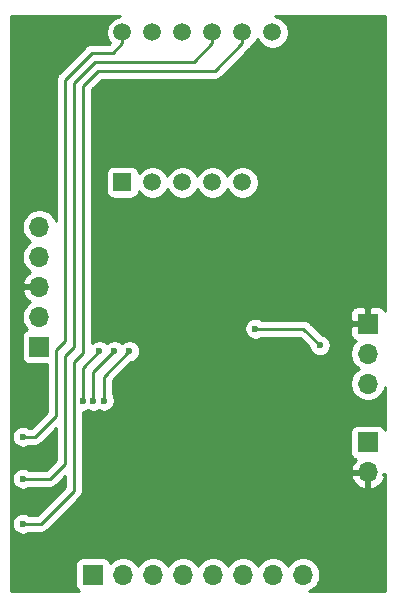
<source format=gbr>
%TF.GenerationSoftware,KiCad,Pcbnew,(5.1.10)-1*%
%TF.CreationDate,2021-08-04T23:13:12+07:00*%
%TF.ProjectId,busdisplay_r2,62757364-6973-4706-9c61-795f72322e6b,3*%
%TF.SameCoordinates,Original*%
%TF.FileFunction,Copper,L2,Bot*%
%TF.FilePolarity,Positive*%
%FSLAX46Y46*%
G04 Gerber Fmt 4.6, Leading zero omitted, Abs format (unit mm)*
G04 Created by KiCad (PCBNEW (5.1.10)-1) date 2021-08-04 23:13:12*
%MOMM*%
%LPD*%
G01*
G04 APERTURE LIST*
%TA.AperFunction,ComponentPad*%
%ADD10C,1.500000*%
%TD*%
%TA.AperFunction,ComponentPad*%
%ADD11R,1.500000X1.500000*%
%TD*%
%TA.AperFunction,ComponentPad*%
%ADD12O,1.700000X1.700000*%
%TD*%
%TA.AperFunction,ComponentPad*%
%ADD13R,1.700000X1.700000*%
%TD*%
%TA.AperFunction,ViaPad*%
%ADD14C,0.800000*%
%TD*%
%TA.AperFunction,ViaPad*%
%ADD15C,0.600000*%
%TD*%
%TA.AperFunction,Conductor*%
%ADD16C,0.250000*%
%TD*%
%TA.AperFunction,Conductor*%
%ADD17C,0.254000*%
%TD*%
%TA.AperFunction,Conductor*%
%ADD18C,0.100000*%
%TD*%
G04 APERTURE END LIST*
D10*
%TO.P,LED1,7*%
%TO.N,Net-(LED1-Pad7)*%
X57200000Y-33828000D03*
%TO.P,LED1,4*%
%TO.N,Net-(LED1-Pad4)*%
X52120000Y-46528000D03*
%TO.P,LED1,12*%
%TO.N,Net-(LED1-Pad12)*%
X44500000Y-33828000D03*
%TO.P,LED1,9*%
%TO.N,Net-(LED1-Pad9)*%
X52120000Y-33828000D03*
D11*
%TO.P,LED1,1*%
%TO.N,Net-(LED1-Pad1)*%
X44500000Y-46528000D03*
D10*
%TO.P,LED1,8*%
%TO.N,Net-(LED1-Pad8)*%
X54660000Y-33828000D03*
%TO.P,LED1,11*%
%TO.N,Net-(LED1-Pad11)*%
X47040000Y-33828000D03*
%TO.P,LED1,3*%
%TO.N,Net-(LED1-Pad3)*%
X49580000Y-46528000D03*
%TO.P,LED1,10*%
%TO.N,Net-(LED1-Pad10)*%
X49580000Y-33828000D03*
%TO.P,LED1,5*%
%TO.N,Net-(LED1-Pad5)*%
X54660000Y-46528000D03*
%TO.P,LED1,2*%
%TO.N,Net-(LED1-Pad2)*%
X47040000Y-46528000D03*
%TD*%
D12*
%TO.P,J4,2*%
%TO.N,GND*%
X65278000Y-71091000D03*
D13*
%TO.P,J4,1*%
%TO.N,+5V*%
X65278000Y-68551000D03*
%TD*%
D12*
%TO.P,J3,8*%
%TO.N,Net-(J3-Pad8)*%
X59780000Y-79756000D03*
%TO.P,J3,7*%
%TO.N,Net-(J3-Pad7)*%
X57240000Y-79756000D03*
%TO.P,J3,6*%
%TO.N,Net-(J3-Pad6)*%
X54700000Y-79756000D03*
%TO.P,J3,5*%
%TO.N,Net-(J3-Pad5)*%
X52160000Y-79756000D03*
%TO.P,J3,4*%
%TO.N,Net-(J3-Pad4)*%
X49620000Y-79756000D03*
%TO.P,J3,3*%
%TO.N,Net-(J3-Pad3)*%
X47080000Y-79756000D03*
%TO.P,J3,2*%
%TO.N,Net-(J3-Pad2)*%
X44540000Y-79756000D03*
D13*
%TO.P,J3,1*%
%TO.N,Net-(J3-Pad1)*%
X42000000Y-79756000D03*
%TD*%
%TO.P,J2,1*%
%TO.N,~MCLR*%
X37465000Y-60452000D03*
D12*
%TO.P,J2,2*%
%TO.N,+5V*%
X37465000Y-57912000D03*
%TO.P,J2,3*%
%TO.N,GND*%
X37465000Y-55372000D03*
%TO.P,J2,4*%
%TO.N,Net-(J2-Pad4)*%
X37465000Y-52832000D03*
%TO.P,J2,5*%
%TO.N,Net-(J2-Pad5)*%
X37465000Y-50292000D03*
%TD*%
%TO.P,J1,3*%
%TO.N,+5V*%
X65278000Y-63571000D03*
%TO.P,J1,2*%
%TO.N,Net-(J1-Pad2)*%
X65278000Y-61031000D03*
D13*
%TO.P,J1,1*%
%TO.N,GND*%
X65278000Y-58491000D03*
%TD*%
D14*
%TO.N,GND*%
X43180000Y-72771000D03*
X53975000Y-55245000D03*
X52070000Y-64516000D03*
X46482000Y-70866000D03*
X58039000Y-75946000D03*
X58674000Y-76962000D03*
X43180000Y-55880000D03*
X42672000Y-58420000D03*
X49784000Y-56642000D03*
X49276000Y-59690000D03*
X35814000Y-77978000D03*
X35560000Y-65024000D03*
X63500000Y-38862000D03*
X61468000Y-34036000D03*
X64770000Y-43688000D03*
X37338000Y-46228000D03*
X37338000Y-41402000D03*
X37338000Y-36322000D03*
X43942000Y-43688000D03*
X42926000Y-39624000D03*
X56896000Y-56388000D03*
X62992000Y-77470000D03*
X65278000Y-74422000D03*
X47752000Y-72644000D03*
X65278000Y-77470000D03*
X49974500Y-49212500D03*
D15*
%TO.N,Net-(J1-Pad2)*%
X55753000Y-58928000D03*
X61214000Y-60325000D03*
%TO.N,Net-(LED1-Pad12)*%
X36068000Y-68072000D03*
%TO.N,Net-(LED1-Pad9)*%
X36068000Y-71628000D03*
%TO.N,Net-(LED1-Pad8)*%
X36068000Y-75438000D03*
%TO.N,DIG1*%
X42545000Y-60833000D03*
X41148000Y-65024000D03*
%TO.N,DIG3*%
X45085000Y-60833000D03*
X42926000Y-65024000D03*
%TO.N,DIG2*%
X43815000Y-60833000D03*
X42037000Y-65024000D03*
%TD*%
D16*
%TO.N,Net-(J1-Pad2)*%
X55753000Y-58928000D02*
X59817000Y-58928000D01*
X59817000Y-58928000D02*
X61214000Y-60325000D01*
%TO.N,Net-(LED1-Pad12)*%
X44500000Y-34748000D02*
X44500000Y-33828000D01*
X43688000Y-35560000D02*
X44500000Y-34748000D01*
X41910000Y-35560000D02*
X43688000Y-35560000D01*
X39624000Y-37846000D02*
X41910000Y-35560000D01*
X39624000Y-59944000D02*
X39624000Y-37846000D01*
X38862000Y-60706000D02*
X39624000Y-59944000D01*
X37084000Y-68072000D02*
X38862000Y-66294000D01*
X38862000Y-66294000D02*
X38862000Y-60706000D01*
X36068000Y-68072000D02*
X37084000Y-68072000D01*
%TO.N,Net-(LED1-Pad9)*%
X52120000Y-34748000D02*
X52120000Y-33828000D01*
X42164000Y-36322000D02*
X50546000Y-36322000D01*
X40386000Y-38100000D02*
X42164000Y-36322000D01*
X40386000Y-60452000D02*
X40386000Y-38100000D01*
X39624000Y-61214000D02*
X40386000Y-60452000D01*
X39624000Y-70358000D02*
X39624000Y-61214000D01*
X50546000Y-36322000D02*
X52120000Y-34748000D01*
X38354000Y-71628000D02*
X39624000Y-70358000D01*
X36068000Y-71628000D02*
X38354000Y-71628000D01*
%TO.N,Net-(LED1-Pad8)*%
X54660000Y-34748000D02*
X54660000Y-33828000D01*
X52324000Y-37084000D02*
X54660000Y-34748000D01*
X42418000Y-37084000D02*
X52324000Y-37084000D01*
X41148000Y-38354000D02*
X42418000Y-37084000D01*
X41148000Y-60960000D02*
X41148000Y-38354000D01*
X40386000Y-61722000D02*
X41148000Y-60960000D01*
X40386000Y-72644000D02*
X40386000Y-61722000D01*
X37592000Y-75438000D02*
X40386000Y-72644000D01*
X36068000Y-75438000D02*
X37592000Y-75438000D01*
%TO.N,DIG1*%
X41148000Y-62230000D02*
X42545000Y-60833000D01*
X41148000Y-65024000D02*
X41148000Y-62230000D01*
%TO.N,DIG3*%
X42926000Y-62992000D02*
X45085000Y-60833000D01*
X42926000Y-65024000D02*
X42926000Y-62992000D01*
%TO.N,DIG2*%
X42037000Y-62611000D02*
X43815000Y-60833000D01*
X42037000Y-62611000D02*
X42037000Y-65024000D01*
%TD*%
D17*
%TO.N,GND*%
X44096011Y-32496225D02*
X43843957Y-32600629D01*
X43617114Y-32752201D01*
X43424201Y-32945114D01*
X43272629Y-33171957D01*
X43168225Y-33424011D01*
X43115000Y-33691589D01*
X43115000Y-33964411D01*
X43168225Y-34231989D01*
X43272629Y-34484043D01*
X43424201Y-34710886D01*
X43443257Y-34729942D01*
X43373198Y-34800000D01*
X41947322Y-34800000D01*
X41909999Y-34796324D01*
X41872676Y-34800000D01*
X41872667Y-34800000D01*
X41761014Y-34810997D01*
X41617753Y-34854454D01*
X41485724Y-34925026D01*
X41369999Y-35019999D01*
X41346201Y-35048997D01*
X39112998Y-37282201D01*
X39084000Y-37305999D01*
X39060202Y-37334997D01*
X39060201Y-37334998D01*
X38989026Y-37421724D01*
X38918454Y-37553754D01*
X38874998Y-37697015D01*
X38860324Y-37846000D01*
X38864001Y-37883333D01*
X38864000Y-49788995D01*
X38780990Y-49588589D01*
X38618475Y-49345368D01*
X38411632Y-49138525D01*
X38168411Y-48976010D01*
X37898158Y-48864068D01*
X37611260Y-48807000D01*
X37318740Y-48807000D01*
X37031842Y-48864068D01*
X36761589Y-48976010D01*
X36518368Y-49138525D01*
X36311525Y-49345368D01*
X36149010Y-49588589D01*
X36037068Y-49858842D01*
X35980000Y-50145740D01*
X35980000Y-50438260D01*
X36037068Y-50725158D01*
X36149010Y-50995411D01*
X36311525Y-51238632D01*
X36518368Y-51445475D01*
X36692760Y-51562000D01*
X36518368Y-51678525D01*
X36311525Y-51885368D01*
X36149010Y-52128589D01*
X36037068Y-52398842D01*
X35980000Y-52685740D01*
X35980000Y-52978260D01*
X36037068Y-53265158D01*
X36149010Y-53535411D01*
X36311525Y-53778632D01*
X36518368Y-53985475D01*
X36700534Y-54107195D01*
X36583645Y-54176822D01*
X36367412Y-54371731D01*
X36193359Y-54605080D01*
X36068175Y-54867901D01*
X36023524Y-55015110D01*
X36144845Y-55245000D01*
X37338000Y-55245000D01*
X37338000Y-55225000D01*
X37592000Y-55225000D01*
X37592000Y-55245000D01*
X37612000Y-55245000D01*
X37612000Y-55499000D01*
X37592000Y-55499000D01*
X37592000Y-55519000D01*
X37338000Y-55519000D01*
X37338000Y-55499000D01*
X36144845Y-55499000D01*
X36023524Y-55728890D01*
X36068175Y-55876099D01*
X36193359Y-56138920D01*
X36367412Y-56372269D01*
X36583645Y-56567178D01*
X36700534Y-56636805D01*
X36518368Y-56758525D01*
X36311525Y-56965368D01*
X36149010Y-57208589D01*
X36037068Y-57478842D01*
X35980000Y-57765740D01*
X35980000Y-58058260D01*
X36037068Y-58345158D01*
X36149010Y-58615411D01*
X36311525Y-58858632D01*
X36443380Y-58990487D01*
X36370820Y-59012498D01*
X36260506Y-59071463D01*
X36163815Y-59150815D01*
X36084463Y-59247506D01*
X36025498Y-59357820D01*
X35989188Y-59477518D01*
X35976928Y-59602000D01*
X35976928Y-61302000D01*
X35989188Y-61426482D01*
X36025498Y-61546180D01*
X36084463Y-61656494D01*
X36163815Y-61753185D01*
X36260506Y-61832537D01*
X36370820Y-61891502D01*
X36490518Y-61927812D01*
X36615000Y-61940072D01*
X38102001Y-61940072D01*
X38102000Y-65979198D01*
X36769199Y-67312000D01*
X36613535Y-67312000D01*
X36510889Y-67243414D01*
X36340729Y-67172932D01*
X36160089Y-67137000D01*
X35975911Y-67137000D01*
X35795271Y-67172932D01*
X35625111Y-67243414D01*
X35471972Y-67345738D01*
X35341738Y-67475972D01*
X35239414Y-67629111D01*
X35168932Y-67799271D01*
X35133000Y-67979911D01*
X35133000Y-68164089D01*
X35168932Y-68344729D01*
X35239414Y-68514889D01*
X35341738Y-68668028D01*
X35471972Y-68798262D01*
X35625111Y-68900586D01*
X35795271Y-68971068D01*
X35975911Y-69007000D01*
X36160089Y-69007000D01*
X36340729Y-68971068D01*
X36510889Y-68900586D01*
X36613535Y-68832000D01*
X37046678Y-68832000D01*
X37084000Y-68835676D01*
X37121322Y-68832000D01*
X37121333Y-68832000D01*
X37232986Y-68821003D01*
X37376247Y-68777546D01*
X37508276Y-68706974D01*
X37624001Y-68612001D01*
X37647804Y-68582997D01*
X38864000Y-67366801D01*
X38864000Y-70043198D01*
X38039199Y-70868000D01*
X36613535Y-70868000D01*
X36510889Y-70799414D01*
X36340729Y-70728932D01*
X36160089Y-70693000D01*
X35975911Y-70693000D01*
X35795271Y-70728932D01*
X35625111Y-70799414D01*
X35471972Y-70901738D01*
X35341738Y-71031972D01*
X35239414Y-71185111D01*
X35168932Y-71355271D01*
X35133000Y-71535911D01*
X35133000Y-71720089D01*
X35168932Y-71900729D01*
X35239414Y-72070889D01*
X35341738Y-72224028D01*
X35471972Y-72354262D01*
X35625111Y-72456586D01*
X35795271Y-72527068D01*
X35975911Y-72563000D01*
X36160089Y-72563000D01*
X36340729Y-72527068D01*
X36510889Y-72456586D01*
X36613535Y-72388000D01*
X38316678Y-72388000D01*
X38354000Y-72391676D01*
X38391322Y-72388000D01*
X38391333Y-72388000D01*
X38502986Y-72377003D01*
X38646247Y-72333546D01*
X38778276Y-72262974D01*
X38894001Y-72168001D01*
X38917804Y-72138997D01*
X39626000Y-71430801D01*
X39626000Y-72329198D01*
X37277199Y-74678000D01*
X36613535Y-74678000D01*
X36510889Y-74609414D01*
X36340729Y-74538932D01*
X36160089Y-74503000D01*
X35975911Y-74503000D01*
X35795271Y-74538932D01*
X35625111Y-74609414D01*
X35471972Y-74711738D01*
X35341738Y-74841972D01*
X35239414Y-74995111D01*
X35168932Y-75165271D01*
X35133000Y-75345911D01*
X35133000Y-75530089D01*
X35168932Y-75710729D01*
X35239414Y-75880889D01*
X35341738Y-76034028D01*
X35471972Y-76164262D01*
X35625111Y-76266586D01*
X35795271Y-76337068D01*
X35975911Y-76373000D01*
X36160089Y-76373000D01*
X36340729Y-76337068D01*
X36510889Y-76266586D01*
X36613535Y-76198000D01*
X37554678Y-76198000D01*
X37592000Y-76201676D01*
X37629322Y-76198000D01*
X37629333Y-76198000D01*
X37740986Y-76187003D01*
X37884247Y-76143546D01*
X38016276Y-76072974D01*
X38132001Y-75978001D01*
X38155804Y-75948997D01*
X40897004Y-73207798D01*
X40926001Y-73184001D01*
X41020974Y-73068276D01*
X41091546Y-72936247D01*
X41135003Y-72792986D01*
X41146000Y-72681333D01*
X41146000Y-72681325D01*
X41149676Y-72644000D01*
X41146000Y-72606675D01*
X41146000Y-71447890D01*
X63836524Y-71447890D01*
X63881175Y-71595099D01*
X64006359Y-71857920D01*
X64180412Y-72091269D01*
X64396645Y-72286178D01*
X64646748Y-72435157D01*
X64921109Y-72532481D01*
X65151000Y-72411814D01*
X65151000Y-71218000D01*
X63957845Y-71218000D01*
X63836524Y-71447890D01*
X41146000Y-71447890D01*
X41146000Y-65959000D01*
X41240089Y-65959000D01*
X41420729Y-65923068D01*
X41590889Y-65852586D01*
X41592500Y-65851510D01*
X41594111Y-65852586D01*
X41764271Y-65923068D01*
X41944911Y-65959000D01*
X42129089Y-65959000D01*
X42309729Y-65923068D01*
X42479889Y-65852586D01*
X42481500Y-65851510D01*
X42483111Y-65852586D01*
X42653271Y-65923068D01*
X42833911Y-65959000D01*
X43018089Y-65959000D01*
X43198729Y-65923068D01*
X43368889Y-65852586D01*
X43522028Y-65750262D01*
X43652262Y-65620028D01*
X43754586Y-65466889D01*
X43825068Y-65296729D01*
X43861000Y-65116089D01*
X43861000Y-64931911D01*
X43825068Y-64751271D01*
X43754586Y-64581111D01*
X43686000Y-64478465D01*
X43686000Y-63306801D01*
X45236649Y-61756153D01*
X45357729Y-61732068D01*
X45527889Y-61661586D01*
X45681028Y-61559262D01*
X45811262Y-61429028D01*
X45913586Y-61275889D01*
X45984068Y-61105729D01*
X46020000Y-60925089D01*
X46020000Y-60740911D01*
X45984068Y-60560271D01*
X45913586Y-60390111D01*
X45811262Y-60236972D01*
X45681028Y-60106738D01*
X45527889Y-60004414D01*
X45357729Y-59933932D01*
X45177089Y-59898000D01*
X44992911Y-59898000D01*
X44812271Y-59933932D01*
X44642111Y-60004414D01*
X44488972Y-60106738D01*
X44450000Y-60145710D01*
X44411028Y-60106738D01*
X44257889Y-60004414D01*
X44087729Y-59933932D01*
X43907089Y-59898000D01*
X43722911Y-59898000D01*
X43542271Y-59933932D01*
X43372111Y-60004414D01*
X43218972Y-60106738D01*
X43180000Y-60145710D01*
X43141028Y-60106738D01*
X42987889Y-60004414D01*
X42817729Y-59933932D01*
X42637089Y-59898000D01*
X42452911Y-59898000D01*
X42272271Y-59933932D01*
X42102111Y-60004414D01*
X41948972Y-60106738D01*
X41908000Y-60147710D01*
X41908000Y-58835911D01*
X54818000Y-58835911D01*
X54818000Y-59020089D01*
X54853932Y-59200729D01*
X54924414Y-59370889D01*
X55026738Y-59524028D01*
X55156972Y-59654262D01*
X55310111Y-59756586D01*
X55480271Y-59827068D01*
X55660911Y-59863000D01*
X55845089Y-59863000D01*
X56025729Y-59827068D01*
X56195889Y-59756586D01*
X56298535Y-59688000D01*
X59502199Y-59688000D01*
X60290847Y-60476649D01*
X60314932Y-60597729D01*
X60385414Y-60767889D01*
X60487738Y-60921028D01*
X60617972Y-61051262D01*
X60771111Y-61153586D01*
X60941271Y-61224068D01*
X61121911Y-61260000D01*
X61306089Y-61260000D01*
X61486729Y-61224068D01*
X61656889Y-61153586D01*
X61810028Y-61051262D01*
X61940262Y-60921028D01*
X62042586Y-60767889D01*
X62113068Y-60597729D01*
X62149000Y-60417089D01*
X62149000Y-60232911D01*
X62113068Y-60052271D01*
X62042586Y-59882111D01*
X61940262Y-59728972D01*
X61810028Y-59598738D01*
X61656889Y-59496414D01*
X61486729Y-59425932D01*
X61365649Y-59401847D01*
X60380804Y-58417003D01*
X60357001Y-58387999D01*
X60241276Y-58293026D01*
X60109247Y-58222454D01*
X59965986Y-58178997D01*
X59854333Y-58168000D01*
X59854322Y-58168000D01*
X59817000Y-58164324D01*
X59779678Y-58168000D01*
X56298535Y-58168000D01*
X56195889Y-58099414D01*
X56025729Y-58028932D01*
X55845089Y-57993000D01*
X55660911Y-57993000D01*
X55480271Y-58028932D01*
X55310111Y-58099414D01*
X55156972Y-58201738D01*
X55026738Y-58331972D01*
X54924414Y-58485111D01*
X54853932Y-58655271D01*
X54818000Y-58835911D01*
X41908000Y-58835911D01*
X41908000Y-57641000D01*
X63789928Y-57641000D01*
X63793000Y-58205250D01*
X63951750Y-58364000D01*
X65151000Y-58364000D01*
X65151000Y-57164750D01*
X64992250Y-57006000D01*
X64428000Y-57002928D01*
X64303518Y-57015188D01*
X64183820Y-57051498D01*
X64073506Y-57110463D01*
X63976815Y-57189815D01*
X63897463Y-57286506D01*
X63838498Y-57396820D01*
X63802188Y-57516518D01*
X63789928Y-57641000D01*
X41908000Y-57641000D01*
X41908000Y-45778000D01*
X43111928Y-45778000D01*
X43111928Y-47278000D01*
X43124188Y-47402482D01*
X43160498Y-47522180D01*
X43219463Y-47632494D01*
X43298815Y-47729185D01*
X43395506Y-47808537D01*
X43505820Y-47867502D01*
X43625518Y-47903812D01*
X43750000Y-47916072D01*
X45250000Y-47916072D01*
X45374482Y-47903812D01*
X45494180Y-47867502D01*
X45604494Y-47808537D01*
X45701185Y-47729185D01*
X45780537Y-47632494D01*
X45839502Y-47522180D01*
X45875812Y-47402482D01*
X45886445Y-47294517D01*
X45964201Y-47410886D01*
X46157114Y-47603799D01*
X46383957Y-47755371D01*
X46636011Y-47859775D01*
X46903589Y-47913000D01*
X47176411Y-47913000D01*
X47443989Y-47859775D01*
X47696043Y-47755371D01*
X47922886Y-47603799D01*
X48115799Y-47410886D01*
X48267371Y-47184043D01*
X48310000Y-47081127D01*
X48352629Y-47184043D01*
X48504201Y-47410886D01*
X48697114Y-47603799D01*
X48923957Y-47755371D01*
X49176011Y-47859775D01*
X49443589Y-47913000D01*
X49716411Y-47913000D01*
X49983989Y-47859775D01*
X50236043Y-47755371D01*
X50462886Y-47603799D01*
X50655799Y-47410886D01*
X50807371Y-47184043D01*
X50850000Y-47081127D01*
X50892629Y-47184043D01*
X51044201Y-47410886D01*
X51237114Y-47603799D01*
X51463957Y-47755371D01*
X51716011Y-47859775D01*
X51983589Y-47913000D01*
X52256411Y-47913000D01*
X52523989Y-47859775D01*
X52776043Y-47755371D01*
X53002886Y-47603799D01*
X53195799Y-47410886D01*
X53347371Y-47184043D01*
X53390000Y-47081127D01*
X53432629Y-47184043D01*
X53584201Y-47410886D01*
X53777114Y-47603799D01*
X54003957Y-47755371D01*
X54256011Y-47859775D01*
X54523589Y-47913000D01*
X54796411Y-47913000D01*
X55063989Y-47859775D01*
X55316043Y-47755371D01*
X55542886Y-47603799D01*
X55735799Y-47410886D01*
X55887371Y-47184043D01*
X55991775Y-46931989D01*
X56045000Y-46664411D01*
X56045000Y-46391589D01*
X55991775Y-46124011D01*
X55887371Y-45871957D01*
X55735799Y-45645114D01*
X55542886Y-45452201D01*
X55316043Y-45300629D01*
X55063989Y-45196225D01*
X54796411Y-45143000D01*
X54523589Y-45143000D01*
X54256011Y-45196225D01*
X54003957Y-45300629D01*
X53777114Y-45452201D01*
X53584201Y-45645114D01*
X53432629Y-45871957D01*
X53390000Y-45974873D01*
X53347371Y-45871957D01*
X53195799Y-45645114D01*
X53002886Y-45452201D01*
X52776043Y-45300629D01*
X52523989Y-45196225D01*
X52256411Y-45143000D01*
X51983589Y-45143000D01*
X51716011Y-45196225D01*
X51463957Y-45300629D01*
X51237114Y-45452201D01*
X51044201Y-45645114D01*
X50892629Y-45871957D01*
X50850000Y-45974873D01*
X50807371Y-45871957D01*
X50655799Y-45645114D01*
X50462886Y-45452201D01*
X50236043Y-45300629D01*
X49983989Y-45196225D01*
X49716411Y-45143000D01*
X49443589Y-45143000D01*
X49176011Y-45196225D01*
X48923957Y-45300629D01*
X48697114Y-45452201D01*
X48504201Y-45645114D01*
X48352629Y-45871957D01*
X48310000Y-45974873D01*
X48267371Y-45871957D01*
X48115799Y-45645114D01*
X47922886Y-45452201D01*
X47696043Y-45300629D01*
X47443989Y-45196225D01*
X47176411Y-45143000D01*
X46903589Y-45143000D01*
X46636011Y-45196225D01*
X46383957Y-45300629D01*
X46157114Y-45452201D01*
X45964201Y-45645114D01*
X45886445Y-45761483D01*
X45875812Y-45653518D01*
X45839502Y-45533820D01*
X45780537Y-45423506D01*
X45701185Y-45326815D01*
X45604494Y-45247463D01*
X45494180Y-45188498D01*
X45374482Y-45152188D01*
X45250000Y-45139928D01*
X43750000Y-45139928D01*
X43625518Y-45152188D01*
X43505820Y-45188498D01*
X43395506Y-45247463D01*
X43298815Y-45326815D01*
X43219463Y-45423506D01*
X43160498Y-45533820D01*
X43124188Y-45653518D01*
X43111928Y-45778000D01*
X41908000Y-45778000D01*
X41908000Y-38668801D01*
X42732802Y-37844000D01*
X52286678Y-37844000D01*
X52324000Y-37847676D01*
X52361322Y-37844000D01*
X52361333Y-37844000D01*
X52472986Y-37833003D01*
X52616247Y-37789546D01*
X52748276Y-37718974D01*
X52864001Y-37624001D01*
X52887804Y-37594997D01*
X55171004Y-35311798D01*
X55200001Y-35288001D01*
X55261553Y-35213000D01*
X55294974Y-35172277D01*
X55365546Y-35040247D01*
X55372376Y-35017730D01*
X55542886Y-34903799D01*
X55735799Y-34710886D01*
X55887371Y-34484043D01*
X55930000Y-34381127D01*
X55972629Y-34484043D01*
X56124201Y-34710886D01*
X56317114Y-34903799D01*
X56543957Y-35055371D01*
X56796011Y-35159775D01*
X57063589Y-35213000D01*
X57336411Y-35213000D01*
X57603989Y-35159775D01*
X57856043Y-35055371D01*
X58082886Y-34903799D01*
X58275799Y-34710886D01*
X58427371Y-34484043D01*
X58531775Y-34231989D01*
X58585000Y-33964411D01*
X58585000Y-33691589D01*
X58531775Y-33424011D01*
X58427371Y-33171957D01*
X58275799Y-32945114D01*
X58082886Y-32752201D01*
X57856043Y-32600629D01*
X57603989Y-32496225D01*
X57421875Y-32460000D01*
X66740000Y-32460000D01*
X66740001Y-57470988D01*
X66717502Y-57396820D01*
X66658537Y-57286506D01*
X66579185Y-57189815D01*
X66482494Y-57110463D01*
X66372180Y-57051498D01*
X66252482Y-57015188D01*
X66128000Y-57002928D01*
X65563750Y-57006000D01*
X65405000Y-57164750D01*
X65405000Y-58364000D01*
X65425000Y-58364000D01*
X65425000Y-58618000D01*
X65405000Y-58618000D01*
X65405000Y-58638000D01*
X65151000Y-58638000D01*
X65151000Y-58618000D01*
X63951750Y-58618000D01*
X63793000Y-58776750D01*
X63789928Y-59341000D01*
X63802188Y-59465482D01*
X63838498Y-59585180D01*
X63897463Y-59695494D01*
X63976815Y-59792185D01*
X64073506Y-59871537D01*
X64183820Y-59930502D01*
X64256380Y-59952513D01*
X64124525Y-60084368D01*
X63962010Y-60327589D01*
X63850068Y-60597842D01*
X63793000Y-60884740D01*
X63793000Y-61177260D01*
X63850068Y-61464158D01*
X63962010Y-61734411D01*
X64124525Y-61977632D01*
X64331368Y-62184475D01*
X64505760Y-62301000D01*
X64331368Y-62417525D01*
X64124525Y-62624368D01*
X63962010Y-62867589D01*
X63850068Y-63137842D01*
X63793000Y-63424740D01*
X63793000Y-63717260D01*
X63850068Y-64004158D01*
X63962010Y-64274411D01*
X64124525Y-64517632D01*
X64331368Y-64724475D01*
X64574589Y-64886990D01*
X64844842Y-64998932D01*
X65131740Y-65056000D01*
X65424260Y-65056000D01*
X65711158Y-64998932D01*
X65981411Y-64886990D01*
X66224632Y-64724475D01*
X66431475Y-64517632D01*
X66593990Y-64274411D01*
X66705932Y-64004158D01*
X66740001Y-63832885D01*
X66740001Y-67530988D01*
X66717502Y-67456820D01*
X66658537Y-67346506D01*
X66579185Y-67249815D01*
X66482494Y-67170463D01*
X66372180Y-67111498D01*
X66252482Y-67075188D01*
X66128000Y-67062928D01*
X64428000Y-67062928D01*
X64303518Y-67075188D01*
X64183820Y-67111498D01*
X64073506Y-67170463D01*
X63976815Y-67249815D01*
X63897463Y-67346506D01*
X63838498Y-67456820D01*
X63802188Y-67576518D01*
X63789928Y-67701000D01*
X63789928Y-69401000D01*
X63802188Y-69525482D01*
X63838498Y-69645180D01*
X63897463Y-69755494D01*
X63976815Y-69852185D01*
X64073506Y-69931537D01*
X64183820Y-69990502D01*
X64264466Y-70014966D01*
X64180412Y-70090731D01*
X64006359Y-70324080D01*
X63881175Y-70586901D01*
X63836524Y-70734110D01*
X63957845Y-70964000D01*
X65151000Y-70964000D01*
X65151000Y-70944000D01*
X65405000Y-70944000D01*
X65405000Y-70964000D01*
X65425000Y-70964000D01*
X65425000Y-71218000D01*
X65405000Y-71218000D01*
X65405000Y-72411814D01*
X65634891Y-72532481D01*
X65909252Y-72435157D01*
X66159355Y-72286178D01*
X66375588Y-72091269D01*
X66549641Y-71857920D01*
X66674825Y-71595099D01*
X66719476Y-71447890D01*
X66598156Y-71218002D01*
X66740001Y-71218002D01*
X66740001Y-81140000D01*
X60319220Y-81140000D01*
X60483411Y-81071990D01*
X60726632Y-80909475D01*
X60933475Y-80702632D01*
X61095990Y-80459411D01*
X61207932Y-80189158D01*
X61265000Y-79902260D01*
X61265000Y-79609740D01*
X61207932Y-79322842D01*
X61095990Y-79052589D01*
X60933475Y-78809368D01*
X60726632Y-78602525D01*
X60483411Y-78440010D01*
X60213158Y-78328068D01*
X59926260Y-78271000D01*
X59633740Y-78271000D01*
X59346842Y-78328068D01*
X59076589Y-78440010D01*
X58833368Y-78602525D01*
X58626525Y-78809368D01*
X58510000Y-78983760D01*
X58393475Y-78809368D01*
X58186632Y-78602525D01*
X57943411Y-78440010D01*
X57673158Y-78328068D01*
X57386260Y-78271000D01*
X57093740Y-78271000D01*
X56806842Y-78328068D01*
X56536589Y-78440010D01*
X56293368Y-78602525D01*
X56086525Y-78809368D01*
X55970000Y-78983760D01*
X55853475Y-78809368D01*
X55646632Y-78602525D01*
X55403411Y-78440010D01*
X55133158Y-78328068D01*
X54846260Y-78271000D01*
X54553740Y-78271000D01*
X54266842Y-78328068D01*
X53996589Y-78440010D01*
X53753368Y-78602525D01*
X53546525Y-78809368D01*
X53430000Y-78983760D01*
X53313475Y-78809368D01*
X53106632Y-78602525D01*
X52863411Y-78440010D01*
X52593158Y-78328068D01*
X52306260Y-78271000D01*
X52013740Y-78271000D01*
X51726842Y-78328068D01*
X51456589Y-78440010D01*
X51213368Y-78602525D01*
X51006525Y-78809368D01*
X50890000Y-78983760D01*
X50773475Y-78809368D01*
X50566632Y-78602525D01*
X50323411Y-78440010D01*
X50053158Y-78328068D01*
X49766260Y-78271000D01*
X49473740Y-78271000D01*
X49186842Y-78328068D01*
X48916589Y-78440010D01*
X48673368Y-78602525D01*
X48466525Y-78809368D01*
X48350000Y-78983760D01*
X48233475Y-78809368D01*
X48026632Y-78602525D01*
X47783411Y-78440010D01*
X47513158Y-78328068D01*
X47226260Y-78271000D01*
X46933740Y-78271000D01*
X46646842Y-78328068D01*
X46376589Y-78440010D01*
X46133368Y-78602525D01*
X45926525Y-78809368D01*
X45810000Y-78983760D01*
X45693475Y-78809368D01*
X45486632Y-78602525D01*
X45243411Y-78440010D01*
X44973158Y-78328068D01*
X44686260Y-78271000D01*
X44393740Y-78271000D01*
X44106842Y-78328068D01*
X43836589Y-78440010D01*
X43593368Y-78602525D01*
X43461513Y-78734380D01*
X43439502Y-78661820D01*
X43380537Y-78551506D01*
X43301185Y-78454815D01*
X43204494Y-78375463D01*
X43094180Y-78316498D01*
X42974482Y-78280188D01*
X42850000Y-78267928D01*
X41150000Y-78267928D01*
X41025518Y-78280188D01*
X40905820Y-78316498D01*
X40795506Y-78375463D01*
X40698815Y-78454815D01*
X40619463Y-78551506D01*
X40560498Y-78661820D01*
X40524188Y-78781518D01*
X40511928Y-78906000D01*
X40511928Y-80606000D01*
X40524188Y-80730482D01*
X40560498Y-80850180D01*
X40619463Y-80960494D01*
X40698815Y-81057185D01*
X40795506Y-81136537D01*
X40801985Y-81140000D01*
X35060000Y-81140000D01*
X35060000Y-32460000D01*
X44278125Y-32460000D01*
X44096011Y-32496225D01*
%TA.AperFunction,Conductor*%
D18*
G36*
X44096011Y-32496225D02*
G01*
X43843957Y-32600629D01*
X43617114Y-32752201D01*
X43424201Y-32945114D01*
X43272629Y-33171957D01*
X43168225Y-33424011D01*
X43115000Y-33691589D01*
X43115000Y-33964411D01*
X43168225Y-34231989D01*
X43272629Y-34484043D01*
X43424201Y-34710886D01*
X43443257Y-34729942D01*
X43373198Y-34800000D01*
X41947322Y-34800000D01*
X41909999Y-34796324D01*
X41872676Y-34800000D01*
X41872667Y-34800000D01*
X41761014Y-34810997D01*
X41617753Y-34854454D01*
X41485724Y-34925026D01*
X41369999Y-35019999D01*
X41346201Y-35048997D01*
X39112998Y-37282201D01*
X39084000Y-37305999D01*
X39060202Y-37334997D01*
X39060201Y-37334998D01*
X38989026Y-37421724D01*
X38918454Y-37553754D01*
X38874998Y-37697015D01*
X38860324Y-37846000D01*
X38864001Y-37883333D01*
X38864000Y-49788995D01*
X38780990Y-49588589D01*
X38618475Y-49345368D01*
X38411632Y-49138525D01*
X38168411Y-48976010D01*
X37898158Y-48864068D01*
X37611260Y-48807000D01*
X37318740Y-48807000D01*
X37031842Y-48864068D01*
X36761589Y-48976010D01*
X36518368Y-49138525D01*
X36311525Y-49345368D01*
X36149010Y-49588589D01*
X36037068Y-49858842D01*
X35980000Y-50145740D01*
X35980000Y-50438260D01*
X36037068Y-50725158D01*
X36149010Y-50995411D01*
X36311525Y-51238632D01*
X36518368Y-51445475D01*
X36692760Y-51562000D01*
X36518368Y-51678525D01*
X36311525Y-51885368D01*
X36149010Y-52128589D01*
X36037068Y-52398842D01*
X35980000Y-52685740D01*
X35980000Y-52978260D01*
X36037068Y-53265158D01*
X36149010Y-53535411D01*
X36311525Y-53778632D01*
X36518368Y-53985475D01*
X36700534Y-54107195D01*
X36583645Y-54176822D01*
X36367412Y-54371731D01*
X36193359Y-54605080D01*
X36068175Y-54867901D01*
X36023524Y-55015110D01*
X36144845Y-55245000D01*
X37338000Y-55245000D01*
X37338000Y-55225000D01*
X37592000Y-55225000D01*
X37592000Y-55245000D01*
X37612000Y-55245000D01*
X37612000Y-55499000D01*
X37592000Y-55499000D01*
X37592000Y-55519000D01*
X37338000Y-55519000D01*
X37338000Y-55499000D01*
X36144845Y-55499000D01*
X36023524Y-55728890D01*
X36068175Y-55876099D01*
X36193359Y-56138920D01*
X36367412Y-56372269D01*
X36583645Y-56567178D01*
X36700534Y-56636805D01*
X36518368Y-56758525D01*
X36311525Y-56965368D01*
X36149010Y-57208589D01*
X36037068Y-57478842D01*
X35980000Y-57765740D01*
X35980000Y-58058260D01*
X36037068Y-58345158D01*
X36149010Y-58615411D01*
X36311525Y-58858632D01*
X36443380Y-58990487D01*
X36370820Y-59012498D01*
X36260506Y-59071463D01*
X36163815Y-59150815D01*
X36084463Y-59247506D01*
X36025498Y-59357820D01*
X35989188Y-59477518D01*
X35976928Y-59602000D01*
X35976928Y-61302000D01*
X35989188Y-61426482D01*
X36025498Y-61546180D01*
X36084463Y-61656494D01*
X36163815Y-61753185D01*
X36260506Y-61832537D01*
X36370820Y-61891502D01*
X36490518Y-61927812D01*
X36615000Y-61940072D01*
X38102001Y-61940072D01*
X38102000Y-65979198D01*
X36769199Y-67312000D01*
X36613535Y-67312000D01*
X36510889Y-67243414D01*
X36340729Y-67172932D01*
X36160089Y-67137000D01*
X35975911Y-67137000D01*
X35795271Y-67172932D01*
X35625111Y-67243414D01*
X35471972Y-67345738D01*
X35341738Y-67475972D01*
X35239414Y-67629111D01*
X35168932Y-67799271D01*
X35133000Y-67979911D01*
X35133000Y-68164089D01*
X35168932Y-68344729D01*
X35239414Y-68514889D01*
X35341738Y-68668028D01*
X35471972Y-68798262D01*
X35625111Y-68900586D01*
X35795271Y-68971068D01*
X35975911Y-69007000D01*
X36160089Y-69007000D01*
X36340729Y-68971068D01*
X36510889Y-68900586D01*
X36613535Y-68832000D01*
X37046678Y-68832000D01*
X37084000Y-68835676D01*
X37121322Y-68832000D01*
X37121333Y-68832000D01*
X37232986Y-68821003D01*
X37376247Y-68777546D01*
X37508276Y-68706974D01*
X37624001Y-68612001D01*
X37647804Y-68582997D01*
X38864000Y-67366801D01*
X38864000Y-70043198D01*
X38039199Y-70868000D01*
X36613535Y-70868000D01*
X36510889Y-70799414D01*
X36340729Y-70728932D01*
X36160089Y-70693000D01*
X35975911Y-70693000D01*
X35795271Y-70728932D01*
X35625111Y-70799414D01*
X35471972Y-70901738D01*
X35341738Y-71031972D01*
X35239414Y-71185111D01*
X35168932Y-71355271D01*
X35133000Y-71535911D01*
X35133000Y-71720089D01*
X35168932Y-71900729D01*
X35239414Y-72070889D01*
X35341738Y-72224028D01*
X35471972Y-72354262D01*
X35625111Y-72456586D01*
X35795271Y-72527068D01*
X35975911Y-72563000D01*
X36160089Y-72563000D01*
X36340729Y-72527068D01*
X36510889Y-72456586D01*
X36613535Y-72388000D01*
X38316678Y-72388000D01*
X38354000Y-72391676D01*
X38391322Y-72388000D01*
X38391333Y-72388000D01*
X38502986Y-72377003D01*
X38646247Y-72333546D01*
X38778276Y-72262974D01*
X38894001Y-72168001D01*
X38917804Y-72138997D01*
X39626000Y-71430801D01*
X39626000Y-72329198D01*
X37277199Y-74678000D01*
X36613535Y-74678000D01*
X36510889Y-74609414D01*
X36340729Y-74538932D01*
X36160089Y-74503000D01*
X35975911Y-74503000D01*
X35795271Y-74538932D01*
X35625111Y-74609414D01*
X35471972Y-74711738D01*
X35341738Y-74841972D01*
X35239414Y-74995111D01*
X35168932Y-75165271D01*
X35133000Y-75345911D01*
X35133000Y-75530089D01*
X35168932Y-75710729D01*
X35239414Y-75880889D01*
X35341738Y-76034028D01*
X35471972Y-76164262D01*
X35625111Y-76266586D01*
X35795271Y-76337068D01*
X35975911Y-76373000D01*
X36160089Y-76373000D01*
X36340729Y-76337068D01*
X36510889Y-76266586D01*
X36613535Y-76198000D01*
X37554678Y-76198000D01*
X37592000Y-76201676D01*
X37629322Y-76198000D01*
X37629333Y-76198000D01*
X37740986Y-76187003D01*
X37884247Y-76143546D01*
X38016276Y-76072974D01*
X38132001Y-75978001D01*
X38155804Y-75948997D01*
X40897004Y-73207798D01*
X40926001Y-73184001D01*
X41020974Y-73068276D01*
X41091546Y-72936247D01*
X41135003Y-72792986D01*
X41146000Y-72681333D01*
X41146000Y-72681325D01*
X41149676Y-72644000D01*
X41146000Y-72606675D01*
X41146000Y-71447890D01*
X63836524Y-71447890D01*
X63881175Y-71595099D01*
X64006359Y-71857920D01*
X64180412Y-72091269D01*
X64396645Y-72286178D01*
X64646748Y-72435157D01*
X64921109Y-72532481D01*
X65151000Y-72411814D01*
X65151000Y-71218000D01*
X63957845Y-71218000D01*
X63836524Y-71447890D01*
X41146000Y-71447890D01*
X41146000Y-65959000D01*
X41240089Y-65959000D01*
X41420729Y-65923068D01*
X41590889Y-65852586D01*
X41592500Y-65851510D01*
X41594111Y-65852586D01*
X41764271Y-65923068D01*
X41944911Y-65959000D01*
X42129089Y-65959000D01*
X42309729Y-65923068D01*
X42479889Y-65852586D01*
X42481500Y-65851510D01*
X42483111Y-65852586D01*
X42653271Y-65923068D01*
X42833911Y-65959000D01*
X43018089Y-65959000D01*
X43198729Y-65923068D01*
X43368889Y-65852586D01*
X43522028Y-65750262D01*
X43652262Y-65620028D01*
X43754586Y-65466889D01*
X43825068Y-65296729D01*
X43861000Y-65116089D01*
X43861000Y-64931911D01*
X43825068Y-64751271D01*
X43754586Y-64581111D01*
X43686000Y-64478465D01*
X43686000Y-63306801D01*
X45236649Y-61756153D01*
X45357729Y-61732068D01*
X45527889Y-61661586D01*
X45681028Y-61559262D01*
X45811262Y-61429028D01*
X45913586Y-61275889D01*
X45984068Y-61105729D01*
X46020000Y-60925089D01*
X46020000Y-60740911D01*
X45984068Y-60560271D01*
X45913586Y-60390111D01*
X45811262Y-60236972D01*
X45681028Y-60106738D01*
X45527889Y-60004414D01*
X45357729Y-59933932D01*
X45177089Y-59898000D01*
X44992911Y-59898000D01*
X44812271Y-59933932D01*
X44642111Y-60004414D01*
X44488972Y-60106738D01*
X44450000Y-60145710D01*
X44411028Y-60106738D01*
X44257889Y-60004414D01*
X44087729Y-59933932D01*
X43907089Y-59898000D01*
X43722911Y-59898000D01*
X43542271Y-59933932D01*
X43372111Y-60004414D01*
X43218972Y-60106738D01*
X43180000Y-60145710D01*
X43141028Y-60106738D01*
X42987889Y-60004414D01*
X42817729Y-59933932D01*
X42637089Y-59898000D01*
X42452911Y-59898000D01*
X42272271Y-59933932D01*
X42102111Y-60004414D01*
X41948972Y-60106738D01*
X41908000Y-60147710D01*
X41908000Y-58835911D01*
X54818000Y-58835911D01*
X54818000Y-59020089D01*
X54853932Y-59200729D01*
X54924414Y-59370889D01*
X55026738Y-59524028D01*
X55156972Y-59654262D01*
X55310111Y-59756586D01*
X55480271Y-59827068D01*
X55660911Y-59863000D01*
X55845089Y-59863000D01*
X56025729Y-59827068D01*
X56195889Y-59756586D01*
X56298535Y-59688000D01*
X59502199Y-59688000D01*
X60290847Y-60476649D01*
X60314932Y-60597729D01*
X60385414Y-60767889D01*
X60487738Y-60921028D01*
X60617972Y-61051262D01*
X60771111Y-61153586D01*
X60941271Y-61224068D01*
X61121911Y-61260000D01*
X61306089Y-61260000D01*
X61486729Y-61224068D01*
X61656889Y-61153586D01*
X61810028Y-61051262D01*
X61940262Y-60921028D01*
X62042586Y-60767889D01*
X62113068Y-60597729D01*
X62149000Y-60417089D01*
X62149000Y-60232911D01*
X62113068Y-60052271D01*
X62042586Y-59882111D01*
X61940262Y-59728972D01*
X61810028Y-59598738D01*
X61656889Y-59496414D01*
X61486729Y-59425932D01*
X61365649Y-59401847D01*
X60380804Y-58417003D01*
X60357001Y-58387999D01*
X60241276Y-58293026D01*
X60109247Y-58222454D01*
X59965986Y-58178997D01*
X59854333Y-58168000D01*
X59854322Y-58168000D01*
X59817000Y-58164324D01*
X59779678Y-58168000D01*
X56298535Y-58168000D01*
X56195889Y-58099414D01*
X56025729Y-58028932D01*
X55845089Y-57993000D01*
X55660911Y-57993000D01*
X55480271Y-58028932D01*
X55310111Y-58099414D01*
X55156972Y-58201738D01*
X55026738Y-58331972D01*
X54924414Y-58485111D01*
X54853932Y-58655271D01*
X54818000Y-58835911D01*
X41908000Y-58835911D01*
X41908000Y-57641000D01*
X63789928Y-57641000D01*
X63793000Y-58205250D01*
X63951750Y-58364000D01*
X65151000Y-58364000D01*
X65151000Y-57164750D01*
X64992250Y-57006000D01*
X64428000Y-57002928D01*
X64303518Y-57015188D01*
X64183820Y-57051498D01*
X64073506Y-57110463D01*
X63976815Y-57189815D01*
X63897463Y-57286506D01*
X63838498Y-57396820D01*
X63802188Y-57516518D01*
X63789928Y-57641000D01*
X41908000Y-57641000D01*
X41908000Y-45778000D01*
X43111928Y-45778000D01*
X43111928Y-47278000D01*
X43124188Y-47402482D01*
X43160498Y-47522180D01*
X43219463Y-47632494D01*
X43298815Y-47729185D01*
X43395506Y-47808537D01*
X43505820Y-47867502D01*
X43625518Y-47903812D01*
X43750000Y-47916072D01*
X45250000Y-47916072D01*
X45374482Y-47903812D01*
X45494180Y-47867502D01*
X45604494Y-47808537D01*
X45701185Y-47729185D01*
X45780537Y-47632494D01*
X45839502Y-47522180D01*
X45875812Y-47402482D01*
X45886445Y-47294517D01*
X45964201Y-47410886D01*
X46157114Y-47603799D01*
X46383957Y-47755371D01*
X46636011Y-47859775D01*
X46903589Y-47913000D01*
X47176411Y-47913000D01*
X47443989Y-47859775D01*
X47696043Y-47755371D01*
X47922886Y-47603799D01*
X48115799Y-47410886D01*
X48267371Y-47184043D01*
X48310000Y-47081127D01*
X48352629Y-47184043D01*
X48504201Y-47410886D01*
X48697114Y-47603799D01*
X48923957Y-47755371D01*
X49176011Y-47859775D01*
X49443589Y-47913000D01*
X49716411Y-47913000D01*
X49983989Y-47859775D01*
X50236043Y-47755371D01*
X50462886Y-47603799D01*
X50655799Y-47410886D01*
X50807371Y-47184043D01*
X50850000Y-47081127D01*
X50892629Y-47184043D01*
X51044201Y-47410886D01*
X51237114Y-47603799D01*
X51463957Y-47755371D01*
X51716011Y-47859775D01*
X51983589Y-47913000D01*
X52256411Y-47913000D01*
X52523989Y-47859775D01*
X52776043Y-47755371D01*
X53002886Y-47603799D01*
X53195799Y-47410886D01*
X53347371Y-47184043D01*
X53390000Y-47081127D01*
X53432629Y-47184043D01*
X53584201Y-47410886D01*
X53777114Y-47603799D01*
X54003957Y-47755371D01*
X54256011Y-47859775D01*
X54523589Y-47913000D01*
X54796411Y-47913000D01*
X55063989Y-47859775D01*
X55316043Y-47755371D01*
X55542886Y-47603799D01*
X55735799Y-47410886D01*
X55887371Y-47184043D01*
X55991775Y-46931989D01*
X56045000Y-46664411D01*
X56045000Y-46391589D01*
X55991775Y-46124011D01*
X55887371Y-45871957D01*
X55735799Y-45645114D01*
X55542886Y-45452201D01*
X55316043Y-45300629D01*
X55063989Y-45196225D01*
X54796411Y-45143000D01*
X54523589Y-45143000D01*
X54256011Y-45196225D01*
X54003957Y-45300629D01*
X53777114Y-45452201D01*
X53584201Y-45645114D01*
X53432629Y-45871957D01*
X53390000Y-45974873D01*
X53347371Y-45871957D01*
X53195799Y-45645114D01*
X53002886Y-45452201D01*
X52776043Y-45300629D01*
X52523989Y-45196225D01*
X52256411Y-45143000D01*
X51983589Y-45143000D01*
X51716011Y-45196225D01*
X51463957Y-45300629D01*
X51237114Y-45452201D01*
X51044201Y-45645114D01*
X50892629Y-45871957D01*
X50850000Y-45974873D01*
X50807371Y-45871957D01*
X50655799Y-45645114D01*
X50462886Y-45452201D01*
X50236043Y-45300629D01*
X49983989Y-45196225D01*
X49716411Y-45143000D01*
X49443589Y-45143000D01*
X49176011Y-45196225D01*
X48923957Y-45300629D01*
X48697114Y-45452201D01*
X48504201Y-45645114D01*
X48352629Y-45871957D01*
X48310000Y-45974873D01*
X48267371Y-45871957D01*
X48115799Y-45645114D01*
X47922886Y-45452201D01*
X47696043Y-45300629D01*
X47443989Y-45196225D01*
X47176411Y-45143000D01*
X46903589Y-45143000D01*
X46636011Y-45196225D01*
X46383957Y-45300629D01*
X46157114Y-45452201D01*
X45964201Y-45645114D01*
X45886445Y-45761483D01*
X45875812Y-45653518D01*
X45839502Y-45533820D01*
X45780537Y-45423506D01*
X45701185Y-45326815D01*
X45604494Y-45247463D01*
X45494180Y-45188498D01*
X45374482Y-45152188D01*
X45250000Y-45139928D01*
X43750000Y-45139928D01*
X43625518Y-45152188D01*
X43505820Y-45188498D01*
X43395506Y-45247463D01*
X43298815Y-45326815D01*
X43219463Y-45423506D01*
X43160498Y-45533820D01*
X43124188Y-45653518D01*
X43111928Y-45778000D01*
X41908000Y-45778000D01*
X41908000Y-38668801D01*
X42732802Y-37844000D01*
X52286678Y-37844000D01*
X52324000Y-37847676D01*
X52361322Y-37844000D01*
X52361333Y-37844000D01*
X52472986Y-37833003D01*
X52616247Y-37789546D01*
X52748276Y-37718974D01*
X52864001Y-37624001D01*
X52887804Y-37594997D01*
X55171004Y-35311798D01*
X55200001Y-35288001D01*
X55261553Y-35213000D01*
X55294974Y-35172277D01*
X55365546Y-35040247D01*
X55372376Y-35017730D01*
X55542886Y-34903799D01*
X55735799Y-34710886D01*
X55887371Y-34484043D01*
X55930000Y-34381127D01*
X55972629Y-34484043D01*
X56124201Y-34710886D01*
X56317114Y-34903799D01*
X56543957Y-35055371D01*
X56796011Y-35159775D01*
X57063589Y-35213000D01*
X57336411Y-35213000D01*
X57603989Y-35159775D01*
X57856043Y-35055371D01*
X58082886Y-34903799D01*
X58275799Y-34710886D01*
X58427371Y-34484043D01*
X58531775Y-34231989D01*
X58585000Y-33964411D01*
X58585000Y-33691589D01*
X58531775Y-33424011D01*
X58427371Y-33171957D01*
X58275799Y-32945114D01*
X58082886Y-32752201D01*
X57856043Y-32600629D01*
X57603989Y-32496225D01*
X57421875Y-32460000D01*
X66740000Y-32460000D01*
X66740001Y-57470988D01*
X66717502Y-57396820D01*
X66658537Y-57286506D01*
X66579185Y-57189815D01*
X66482494Y-57110463D01*
X66372180Y-57051498D01*
X66252482Y-57015188D01*
X66128000Y-57002928D01*
X65563750Y-57006000D01*
X65405000Y-57164750D01*
X65405000Y-58364000D01*
X65425000Y-58364000D01*
X65425000Y-58618000D01*
X65405000Y-58618000D01*
X65405000Y-58638000D01*
X65151000Y-58638000D01*
X65151000Y-58618000D01*
X63951750Y-58618000D01*
X63793000Y-58776750D01*
X63789928Y-59341000D01*
X63802188Y-59465482D01*
X63838498Y-59585180D01*
X63897463Y-59695494D01*
X63976815Y-59792185D01*
X64073506Y-59871537D01*
X64183820Y-59930502D01*
X64256380Y-59952513D01*
X64124525Y-60084368D01*
X63962010Y-60327589D01*
X63850068Y-60597842D01*
X63793000Y-60884740D01*
X63793000Y-61177260D01*
X63850068Y-61464158D01*
X63962010Y-61734411D01*
X64124525Y-61977632D01*
X64331368Y-62184475D01*
X64505760Y-62301000D01*
X64331368Y-62417525D01*
X64124525Y-62624368D01*
X63962010Y-62867589D01*
X63850068Y-63137842D01*
X63793000Y-63424740D01*
X63793000Y-63717260D01*
X63850068Y-64004158D01*
X63962010Y-64274411D01*
X64124525Y-64517632D01*
X64331368Y-64724475D01*
X64574589Y-64886990D01*
X64844842Y-64998932D01*
X65131740Y-65056000D01*
X65424260Y-65056000D01*
X65711158Y-64998932D01*
X65981411Y-64886990D01*
X66224632Y-64724475D01*
X66431475Y-64517632D01*
X66593990Y-64274411D01*
X66705932Y-64004158D01*
X66740001Y-63832885D01*
X66740001Y-67530988D01*
X66717502Y-67456820D01*
X66658537Y-67346506D01*
X66579185Y-67249815D01*
X66482494Y-67170463D01*
X66372180Y-67111498D01*
X66252482Y-67075188D01*
X66128000Y-67062928D01*
X64428000Y-67062928D01*
X64303518Y-67075188D01*
X64183820Y-67111498D01*
X64073506Y-67170463D01*
X63976815Y-67249815D01*
X63897463Y-67346506D01*
X63838498Y-67456820D01*
X63802188Y-67576518D01*
X63789928Y-67701000D01*
X63789928Y-69401000D01*
X63802188Y-69525482D01*
X63838498Y-69645180D01*
X63897463Y-69755494D01*
X63976815Y-69852185D01*
X64073506Y-69931537D01*
X64183820Y-69990502D01*
X64264466Y-70014966D01*
X64180412Y-70090731D01*
X64006359Y-70324080D01*
X63881175Y-70586901D01*
X63836524Y-70734110D01*
X63957845Y-70964000D01*
X65151000Y-70964000D01*
X65151000Y-70944000D01*
X65405000Y-70944000D01*
X65405000Y-70964000D01*
X65425000Y-70964000D01*
X65425000Y-71218000D01*
X65405000Y-71218000D01*
X65405000Y-72411814D01*
X65634891Y-72532481D01*
X65909252Y-72435157D01*
X66159355Y-72286178D01*
X66375588Y-72091269D01*
X66549641Y-71857920D01*
X66674825Y-71595099D01*
X66719476Y-71447890D01*
X66598156Y-71218002D01*
X66740001Y-71218002D01*
X66740001Y-81140000D01*
X60319220Y-81140000D01*
X60483411Y-81071990D01*
X60726632Y-80909475D01*
X60933475Y-80702632D01*
X61095990Y-80459411D01*
X61207932Y-80189158D01*
X61265000Y-79902260D01*
X61265000Y-79609740D01*
X61207932Y-79322842D01*
X61095990Y-79052589D01*
X60933475Y-78809368D01*
X60726632Y-78602525D01*
X60483411Y-78440010D01*
X60213158Y-78328068D01*
X59926260Y-78271000D01*
X59633740Y-78271000D01*
X59346842Y-78328068D01*
X59076589Y-78440010D01*
X58833368Y-78602525D01*
X58626525Y-78809368D01*
X58510000Y-78983760D01*
X58393475Y-78809368D01*
X58186632Y-78602525D01*
X57943411Y-78440010D01*
X57673158Y-78328068D01*
X57386260Y-78271000D01*
X57093740Y-78271000D01*
X56806842Y-78328068D01*
X56536589Y-78440010D01*
X56293368Y-78602525D01*
X56086525Y-78809368D01*
X55970000Y-78983760D01*
X55853475Y-78809368D01*
X55646632Y-78602525D01*
X55403411Y-78440010D01*
X55133158Y-78328068D01*
X54846260Y-78271000D01*
X54553740Y-78271000D01*
X54266842Y-78328068D01*
X53996589Y-78440010D01*
X53753368Y-78602525D01*
X53546525Y-78809368D01*
X53430000Y-78983760D01*
X53313475Y-78809368D01*
X53106632Y-78602525D01*
X52863411Y-78440010D01*
X52593158Y-78328068D01*
X52306260Y-78271000D01*
X52013740Y-78271000D01*
X51726842Y-78328068D01*
X51456589Y-78440010D01*
X51213368Y-78602525D01*
X51006525Y-78809368D01*
X50890000Y-78983760D01*
X50773475Y-78809368D01*
X50566632Y-78602525D01*
X50323411Y-78440010D01*
X50053158Y-78328068D01*
X49766260Y-78271000D01*
X49473740Y-78271000D01*
X49186842Y-78328068D01*
X48916589Y-78440010D01*
X48673368Y-78602525D01*
X48466525Y-78809368D01*
X48350000Y-78983760D01*
X48233475Y-78809368D01*
X48026632Y-78602525D01*
X47783411Y-78440010D01*
X47513158Y-78328068D01*
X47226260Y-78271000D01*
X46933740Y-78271000D01*
X46646842Y-78328068D01*
X46376589Y-78440010D01*
X46133368Y-78602525D01*
X45926525Y-78809368D01*
X45810000Y-78983760D01*
X45693475Y-78809368D01*
X45486632Y-78602525D01*
X45243411Y-78440010D01*
X44973158Y-78328068D01*
X44686260Y-78271000D01*
X44393740Y-78271000D01*
X44106842Y-78328068D01*
X43836589Y-78440010D01*
X43593368Y-78602525D01*
X43461513Y-78734380D01*
X43439502Y-78661820D01*
X43380537Y-78551506D01*
X43301185Y-78454815D01*
X43204494Y-78375463D01*
X43094180Y-78316498D01*
X42974482Y-78280188D01*
X42850000Y-78267928D01*
X41150000Y-78267928D01*
X41025518Y-78280188D01*
X40905820Y-78316498D01*
X40795506Y-78375463D01*
X40698815Y-78454815D01*
X40619463Y-78551506D01*
X40560498Y-78661820D01*
X40524188Y-78781518D01*
X40511928Y-78906000D01*
X40511928Y-80606000D01*
X40524188Y-80730482D01*
X40560498Y-80850180D01*
X40619463Y-80960494D01*
X40698815Y-81057185D01*
X40795506Y-81136537D01*
X40801985Y-81140000D01*
X35060000Y-81140000D01*
X35060000Y-32460000D01*
X44278125Y-32460000D01*
X44096011Y-32496225D01*
G37*
%TD.AperFunction*%
%TD*%
M02*

</source>
